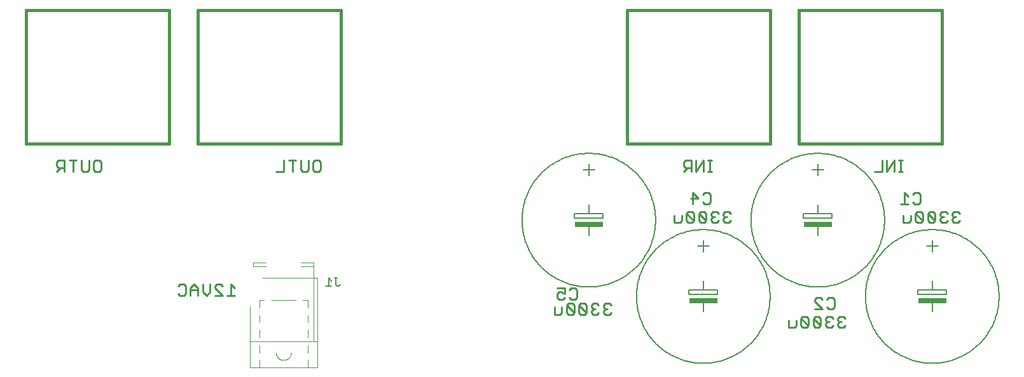
<source format=gbo>
G75*
%MOIN*%
%OFA0B0*%
%FSLAX25Y25*%
%IPPOS*%
%LPD*%
%AMOC8*
5,1,8,0,0,1.08239X$1,22.5*
%
%ADD10C,0.01600*%
%ADD11C,0.01100*%
%ADD12C,0.00600*%
%ADD13R,0.15000X0.02500*%
%ADD14C,0.00394*%
%ADD15C,0.00800*%
D10*
X0062600Y0142600D02*
X0062600Y0212600D01*
X0137600Y0212600D01*
X0137600Y0142600D01*
X0062600Y0142600D01*
X0152600Y0142600D02*
X0152600Y0212600D01*
X0227600Y0212600D01*
X0227600Y0142600D01*
X0152600Y0142600D01*
X0377600Y0142600D02*
X0377600Y0212600D01*
X0452600Y0212600D01*
X0452600Y0142600D01*
X0377600Y0142600D01*
X0467600Y0142600D02*
X0467600Y0212600D01*
X0542600Y0212600D01*
X0542600Y0142600D01*
X0467600Y0142600D01*
D11*
X0143315Y0063150D02*
X0142331Y0064134D01*
X0143315Y0063150D02*
X0145284Y0063150D01*
X0146268Y0064134D01*
X0146268Y0068071D01*
X0145284Y0069055D01*
X0143315Y0069055D01*
X0142331Y0068071D01*
X0148777Y0067087D02*
X0148777Y0063150D01*
X0148777Y0066103D02*
X0152714Y0066103D01*
X0152714Y0067087D02*
X0150745Y0069055D01*
X0148777Y0067087D01*
X0152714Y0067087D02*
X0152714Y0063150D01*
X0155222Y0065118D02*
X0155222Y0069055D01*
X0155222Y0065118D02*
X0157191Y0063150D01*
X0159159Y0065118D01*
X0159159Y0069055D01*
X0161668Y0068071D02*
X0161668Y0067087D01*
X0165605Y0063150D01*
X0161668Y0063150D01*
X0168113Y0063150D02*
X0172050Y0063150D01*
X0170082Y0063150D02*
X0170082Y0069055D01*
X0172050Y0067087D01*
X0165605Y0068071D02*
X0164620Y0069055D01*
X0162652Y0069055D01*
X0161668Y0068071D01*
X0193777Y0128150D02*
X0197714Y0128150D01*
X0197714Y0134055D01*
X0200222Y0134055D02*
X0204159Y0134055D01*
X0202191Y0134055D02*
X0202191Y0128150D01*
X0206668Y0129134D02*
X0206668Y0134055D01*
X0210605Y0134055D02*
X0210605Y0129134D01*
X0209620Y0128150D01*
X0207652Y0128150D01*
X0206668Y0129134D01*
X0213113Y0129134D02*
X0213113Y0133071D01*
X0214097Y0134055D01*
X0216066Y0134055D01*
X0217050Y0133071D01*
X0217050Y0129134D01*
X0216066Y0128150D01*
X0214097Y0128150D01*
X0213113Y0129134D01*
X0102050Y0129134D02*
X0101066Y0128150D01*
X0099097Y0128150D01*
X0098113Y0129134D01*
X0098113Y0133071D01*
X0099097Y0134055D01*
X0101066Y0134055D01*
X0102050Y0133071D01*
X0102050Y0129134D01*
X0095605Y0129134D02*
X0094620Y0128150D01*
X0092652Y0128150D01*
X0091668Y0129134D01*
X0091668Y0134055D01*
X0089159Y0134055D02*
X0085222Y0134055D01*
X0087191Y0134055D02*
X0087191Y0128150D01*
X0082714Y0128150D02*
X0082714Y0134055D01*
X0079761Y0134055D01*
X0078777Y0133071D01*
X0078777Y0131103D01*
X0079761Y0130118D01*
X0082714Y0130118D01*
X0080745Y0130118D02*
X0078777Y0128150D01*
X0095605Y0129134D02*
X0095605Y0134055D01*
X0341059Y0067055D02*
X0344996Y0067055D01*
X0344996Y0064103D01*
X0343027Y0065087D01*
X0342043Y0065087D01*
X0341059Y0064103D01*
X0341059Y0062134D01*
X0342043Y0061150D01*
X0344011Y0061150D01*
X0344996Y0062134D01*
X0347504Y0062134D02*
X0348488Y0061150D01*
X0350457Y0061150D01*
X0351441Y0062134D01*
X0351441Y0066071D01*
X0350457Y0067055D01*
X0348488Y0067055D01*
X0347504Y0066071D01*
X0346989Y0058955D02*
X0346004Y0057971D01*
X0349941Y0054034D01*
X0348957Y0053050D01*
X0346989Y0053050D01*
X0346004Y0054034D01*
X0346004Y0057971D01*
X0346989Y0058955D02*
X0348957Y0058955D01*
X0349941Y0057971D01*
X0349941Y0054034D01*
X0352450Y0054034D02*
X0353434Y0053050D01*
X0355402Y0053050D01*
X0356387Y0054034D01*
X0352450Y0057971D01*
X0352450Y0054034D01*
X0356387Y0054034D02*
X0356387Y0057971D01*
X0355402Y0058955D01*
X0353434Y0058955D01*
X0352450Y0057971D01*
X0358895Y0057971D02*
X0358895Y0056987D01*
X0359880Y0056003D01*
X0358895Y0055018D01*
X0358895Y0054034D01*
X0359880Y0053050D01*
X0361848Y0053050D01*
X0362832Y0054034D01*
X0365341Y0054034D02*
X0366325Y0053050D01*
X0368293Y0053050D01*
X0369278Y0054034D01*
X0367309Y0056003D02*
X0366325Y0056003D01*
X0365341Y0055018D01*
X0365341Y0054034D01*
X0366325Y0056003D02*
X0365341Y0056987D01*
X0365341Y0057971D01*
X0366325Y0058955D01*
X0368293Y0058955D01*
X0369278Y0057971D01*
X0362832Y0057971D02*
X0361848Y0058955D01*
X0359880Y0058955D01*
X0358895Y0057971D01*
X0359880Y0056003D02*
X0360864Y0056003D01*
X0343496Y0056987D02*
X0343496Y0054034D01*
X0342511Y0053050D01*
X0339559Y0053050D01*
X0339559Y0056987D01*
X0462331Y0050187D02*
X0462331Y0046250D01*
X0465284Y0046250D01*
X0466268Y0047234D01*
X0466268Y0050187D01*
X0468777Y0051171D02*
X0468777Y0047234D01*
X0469761Y0046250D01*
X0471729Y0046250D01*
X0472714Y0047234D01*
X0468777Y0051171D01*
X0469761Y0052155D01*
X0471729Y0052155D01*
X0472714Y0051171D01*
X0472714Y0047234D01*
X0475222Y0047234D02*
X0476206Y0046250D01*
X0478175Y0046250D01*
X0479159Y0047234D01*
X0475222Y0051171D01*
X0475222Y0047234D01*
X0479159Y0047234D02*
X0479159Y0051171D01*
X0478175Y0052155D01*
X0476206Y0052155D01*
X0475222Y0051171D01*
X0481668Y0051171D02*
X0481668Y0050187D01*
X0482652Y0049203D01*
X0481668Y0048218D01*
X0481668Y0047234D01*
X0482652Y0046250D01*
X0484620Y0046250D01*
X0485605Y0047234D01*
X0488113Y0047234D02*
X0489097Y0046250D01*
X0491066Y0046250D01*
X0492050Y0047234D01*
X0490082Y0049203D02*
X0489097Y0049203D01*
X0488113Y0048218D01*
X0488113Y0047234D01*
X0489097Y0049203D02*
X0488113Y0050187D01*
X0488113Y0051171D01*
X0489097Y0052155D01*
X0491066Y0052155D01*
X0492050Y0051171D01*
X0485605Y0051171D02*
X0484620Y0052155D01*
X0482652Y0052155D01*
X0481668Y0051171D01*
X0482652Y0049203D02*
X0483636Y0049203D01*
X0483488Y0056150D02*
X0482504Y0057134D01*
X0483488Y0056150D02*
X0485457Y0056150D01*
X0486441Y0057134D01*
X0486441Y0061071D01*
X0485457Y0062055D01*
X0483488Y0062055D01*
X0482504Y0061071D01*
X0479996Y0061071D02*
X0479011Y0062055D01*
X0477043Y0062055D01*
X0476059Y0061071D01*
X0476059Y0060087D01*
X0479996Y0056150D01*
X0476059Y0056150D01*
X0431066Y0101250D02*
X0432050Y0102234D01*
X0431066Y0101250D02*
X0429097Y0101250D01*
X0428113Y0102234D01*
X0428113Y0103218D01*
X0429097Y0104203D01*
X0430082Y0104203D01*
X0429097Y0104203D02*
X0428113Y0105187D01*
X0428113Y0106171D01*
X0429097Y0107155D01*
X0431066Y0107155D01*
X0432050Y0106171D01*
X0425605Y0106171D02*
X0424620Y0107155D01*
X0422652Y0107155D01*
X0421668Y0106171D01*
X0421668Y0105187D01*
X0422652Y0104203D01*
X0421668Y0103218D01*
X0421668Y0102234D01*
X0422652Y0101250D01*
X0424620Y0101250D01*
X0425605Y0102234D01*
X0423636Y0104203D02*
X0422652Y0104203D01*
X0419159Y0106171D02*
X0418175Y0107155D01*
X0416206Y0107155D01*
X0415222Y0106171D01*
X0419159Y0102234D01*
X0418175Y0101250D01*
X0416206Y0101250D01*
X0415222Y0102234D01*
X0415222Y0106171D01*
X0412714Y0106171D02*
X0411729Y0107155D01*
X0409761Y0107155D01*
X0408777Y0106171D01*
X0412714Y0102234D01*
X0411729Y0101250D01*
X0409761Y0101250D01*
X0408777Y0102234D01*
X0408777Y0106171D01*
X0406268Y0105187D02*
X0406268Y0102234D01*
X0405284Y0101250D01*
X0402331Y0101250D01*
X0402331Y0105187D01*
X0412714Y0106171D02*
X0412714Y0102234D01*
X0419159Y0102234D02*
X0419159Y0106171D01*
X0418488Y0111150D02*
X0417504Y0112134D01*
X0418488Y0111150D02*
X0420457Y0111150D01*
X0421441Y0112134D01*
X0421441Y0116071D01*
X0420457Y0117055D01*
X0418488Y0117055D01*
X0417504Y0116071D01*
X0414996Y0114103D02*
X0411059Y0114103D01*
X0412043Y0117055D02*
X0412043Y0111150D01*
X0414996Y0114103D02*
X0412043Y0117055D01*
X0411308Y0128150D02*
X0411308Y0134055D01*
X0408355Y0134055D01*
X0407371Y0133071D01*
X0407371Y0131103D01*
X0408355Y0130118D01*
X0411308Y0130118D01*
X0409339Y0130118D02*
X0407371Y0128150D01*
X0413816Y0128150D02*
X0413816Y0134055D01*
X0417753Y0134055D02*
X0413816Y0128150D01*
X0417753Y0128150D02*
X0417753Y0134055D01*
X0420082Y0134055D02*
X0422050Y0134055D01*
X0421066Y0134055D02*
X0421066Y0128150D01*
X0422050Y0128150D02*
X0420082Y0128150D01*
X0507371Y0128150D02*
X0511308Y0128150D01*
X0511308Y0134055D01*
X0513816Y0134055D02*
X0513816Y0128150D01*
X0517753Y0134055D01*
X0517753Y0128150D01*
X0520082Y0128150D02*
X0522050Y0128150D01*
X0521066Y0128150D02*
X0521066Y0134055D01*
X0522050Y0134055D02*
X0520082Y0134055D01*
X0523027Y0117055D02*
X0523027Y0111150D01*
X0521059Y0111150D02*
X0524996Y0111150D01*
X0527504Y0112134D02*
X0528488Y0111150D01*
X0530457Y0111150D01*
X0531441Y0112134D01*
X0531441Y0116071D01*
X0530457Y0117055D01*
X0528488Y0117055D01*
X0527504Y0116071D01*
X0524996Y0115087D02*
X0523027Y0117055D01*
X0529761Y0107155D02*
X0528777Y0106171D01*
X0532714Y0102234D01*
X0531729Y0101250D01*
X0529761Y0101250D01*
X0528777Y0102234D01*
X0528777Y0106171D01*
X0529761Y0107155D02*
X0531729Y0107155D01*
X0532714Y0106171D01*
X0532714Y0102234D01*
X0535222Y0102234D02*
X0536206Y0101250D01*
X0538175Y0101250D01*
X0539159Y0102234D01*
X0535222Y0106171D01*
X0535222Y0102234D01*
X0539159Y0102234D02*
X0539159Y0106171D01*
X0538175Y0107155D01*
X0536206Y0107155D01*
X0535222Y0106171D01*
X0541668Y0106171D02*
X0541668Y0105187D01*
X0542652Y0104203D01*
X0541668Y0103218D01*
X0541668Y0102234D01*
X0542652Y0101250D01*
X0544620Y0101250D01*
X0545605Y0102234D01*
X0548113Y0102234D02*
X0549097Y0101250D01*
X0551066Y0101250D01*
X0552050Y0102234D01*
X0550082Y0104203D02*
X0549097Y0104203D01*
X0548113Y0103218D01*
X0548113Y0102234D01*
X0549097Y0104203D02*
X0548113Y0105187D01*
X0548113Y0106171D01*
X0549097Y0107155D01*
X0551066Y0107155D01*
X0552050Y0106171D01*
X0545605Y0106171D02*
X0544620Y0107155D01*
X0542652Y0107155D01*
X0541668Y0106171D01*
X0542652Y0104203D02*
X0543636Y0104203D01*
X0526268Y0105187D02*
X0526268Y0102234D01*
X0525284Y0101250D01*
X0522331Y0101250D01*
X0522331Y0105187D01*
D12*
X0537600Y0092100D02*
X0537600Y0086100D01*
X0540600Y0089100D02*
X0534600Y0089100D01*
X0537600Y0070600D02*
X0537600Y0066100D01*
X0545100Y0066100D01*
X0545100Y0063600D01*
X0530100Y0063600D01*
X0530100Y0066100D01*
X0537600Y0066100D01*
X0502600Y0062600D02*
X0502611Y0063459D01*
X0502642Y0064317D01*
X0502695Y0065175D01*
X0502769Y0066031D01*
X0502863Y0066884D01*
X0502979Y0067736D01*
X0503115Y0068584D01*
X0503273Y0069428D01*
X0503450Y0070269D01*
X0503649Y0071104D01*
X0503868Y0071935D01*
X0504107Y0072760D01*
X0504367Y0073579D01*
X0504646Y0074391D01*
X0504945Y0075196D01*
X0505264Y0075994D01*
X0505603Y0076783D01*
X0505960Y0077564D01*
X0506337Y0078336D01*
X0506733Y0079099D01*
X0507147Y0079851D01*
X0507579Y0080594D01*
X0508030Y0081325D01*
X0508499Y0082045D01*
X0508985Y0082753D01*
X0509488Y0083449D01*
X0510008Y0084133D01*
X0510545Y0084804D01*
X0511098Y0085461D01*
X0511667Y0086105D01*
X0512251Y0086734D01*
X0512851Y0087349D01*
X0513466Y0087949D01*
X0514095Y0088533D01*
X0514739Y0089102D01*
X0515396Y0089655D01*
X0516067Y0090192D01*
X0516751Y0090712D01*
X0517447Y0091215D01*
X0518155Y0091701D01*
X0518875Y0092170D01*
X0519606Y0092621D01*
X0520349Y0093053D01*
X0521101Y0093467D01*
X0521864Y0093863D01*
X0522636Y0094240D01*
X0523417Y0094597D01*
X0524206Y0094936D01*
X0525004Y0095255D01*
X0525809Y0095554D01*
X0526621Y0095833D01*
X0527440Y0096093D01*
X0528265Y0096332D01*
X0529096Y0096551D01*
X0529931Y0096750D01*
X0530772Y0096927D01*
X0531616Y0097085D01*
X0532464Y0097221D01*
X0533316Y0097337D01*
X0534169Y0097431D01*
X0535025Y0097505D01*
X0535883Y0097558D01*
X0536741Y0097589D01*
X0537600Y0097600D01*
X0538459Y0097589D01*
X0539317Y0097558D01*
X0540175Y0097505D01*
X0541031Y0097431D01*
X0541884Y0097337D01*
X0542736Y0097221D01*
X0543584Y0097085D01*
X0544428Y0096927D01*
X0545269Y0096750D01*
X0546104Y0096551D01*
X0546935Y0096332D01*
X0547760Y0096093D01*
X0548579Y0095833D01*
X0549391Y0095554D01*
X0550196Y0095255D01*
X0550994Y0094936D01*
X0551783Y0094597D01*
X0552564Y0094240D01*
X0553336Y0093863D01*
X0554099Y0093467D01*
X0554851Y0093053D01*
X0555594Y0092621D01*
X0556325Y0092170D01*
X0557045Y0091701D01*
X0557753Y0091215D01*
X0558449Y0090712D01*
X0559133Y0090192D01*
X0559804Y0089655D01*
X0560461Y0089102D01*
X0561105Y0088533D01*
X0561734Y0087949D01*
X0562349Y0087349D01*
X0562949Y0086734D01*
X0563533Y0086105D01*
X0564102Y0085461D01*
X0564655Y0084804D01*
X0565192Y0084133D01*
X0565712Y0083449D01*
X0566215Y0082753D01*
X0566701Y0082045D01*
X0567170Y0081325D01*
X0567621Y0080594D01*
X0568053Y0079851D01*
X0568467Y0079099D01*
X0568863Y0078336D01*
X0569240Y0077564D01*
X0569597Y0076783D01*
X0569936Y0075994D01*
X0570255Y0075196D01*
X0570554Y0074391D01*
X0570833Y0073579D01*
X0571093Y0072760D01*
X0571332Y0071935D01*
X0571551Y0071104D01*
X0571750Y0070269D01*
X0571927Y0069428D01*
X0572085Y0068584D01*
X0572221Y0067736D01*
X0572337Y0066884D01*
X0572431Y0066031D01*
X0572505Y0065175D01*
X0572558Y0064317D01*
X0572589Y0063459D01*
X0572600Y0062600D01*
X0572589Y0061741D01*
X0572558Y0060883D01*
X0572505Y0060025D01*
X0572431Y0059169D01*
X0572337Y0058316D01*
X0572221Y0057464D01*
X0572085Y0056616D01*
X0571927Y0055772D01*
X0571750Y0054931D01*
X0571551Y0054096D01*
X0571332Y0053265D01*
X0571093Y0052440D01*
X0570833Y0051621D01*
X0570554Y0050809D01*
X0570255Y0050004D01*
X0569936Y0049206D01*
X0569597Y0048417D01*
X0569240Y0047636D01*
X0568863Y0046864D01*
X0568467Y0046101D01*
X0568053Y0045349D01*
X0567621Y0044606D01*
X0567170Y0043875D01*
X0566701Y0043155D01*
X0566215Y0042447D01*
X0565712Y0041751D01*
X0565192Y0041067D01*
X0564655Y0040396D01*
X0564102Y0039739D01*
X0563533Y0039095D01*
X0562949Y0038466D01*
X0562349Y0037851D01*
X0561734Y0037251D01*
X0561105Y0036667D01*
X0560461Y0036098D01*
X0559804Y0035545D01*
X0559133Y0035008D01*
X0558449Y0034488D01*
X0557753Y0033985D01*
X0557045Y0033499D01*
X0556325Y0033030D01*
X0555594Y0032579D01*
X0554851Y0032147D01*
X0554099Y0031733D01*
X0553336Y0031337D01*
X0552564Y0030960D01*
X0551783Y0030603D01*
X0550994Y0030264D01*
X0550196Y0029945D01*
X0549391Y0029646D01*
X0548579Y0029367D01*
X0547760Y0029107D01*
X0546935Y0028868D01*
X0546104Y0028649D01*
X0545269Y0028450D01*
X0544428Y0028273D01*
X0543584Y0028115D01*
X0542736Y0027979D01*
X0541884Y0027863D01*
X0541031Y0027769D01*
X0540175Y0027695D01*
X0539317Y0027642D01*
X0538459Y0027611D01*
X0537600Y0027600D01*
X0536741Y0027611D01*
X0535883Y0027642D01*
X0535025Y0027695D01*
X0534169Y0027769D01*
X0533316Y0027863D01*
X0532464Y0027979D01*
X0531616Y0028115D01*
X0530772Y0028273D01*
X0529931Y0028450D01*
X0529096Y0028649D01*
X0528265Y0028868D01*
X0527440Y0029107D01*
X0526621Y0029367D01*
X0525809Y0029646D01*
X0525004Y0029945D01*
X0524206Y0030264D01*
X0523417Y0030603D01*
X0522636Y0030960D01*
X0521864Y0031337D01*
X0521101Y0031733D01*
X0520349Y0032147D01*
X0519606Y0032579D01*
X0518875Y0033030D01*
X0518155Y0033499D01*
X0517447Y0033985D01*
X0516751Y0034488D01*
X0516067Y0035008D01*
X0515396Y0035545D01*
X0514739Y0036098D01*
X0514095Y0036667D01*
X0513466Y0037251D01*
X0512851Y0037851D01*
X0512251Y0038466D01*
X0511667Y0039095D01*
X0511098Y0039739D01*
X0510545Y0040396D01*
X0510008Y0041067D01*
X0509488Y0041751D01*
X0508985Y0042447D01*
X0508499Y0043155D01*
X0508030Y0043875D01*
X0507579Y0044606D01*
X0507147Y0045349D01*
X0506733Y0046101D01*
X0506337Y0046864D01*
X0505960Y0047636D01*
X0505603Y0048417D01*
X0505264Y0049206D01*
X0504945Y0050004D01*
X0504646Y0050809D01*
X0504367Y0051621D01*
X0504107Y0052440D01*
X0503868Y0053265D01*
X0503649Y0054096D01*
X0503450Y0054931D01*
X0503273Y0055772D01*
X0503115Y0056616D01*
X0502979Y0057464D01*
X0502863Y0058316D01*
X0502769Y0059169D01*
X0502695Y0060025D01*
X0502642Y0060883D01*
X0502611Y0061741D01*
X0502600Y0062600D01*
X0537600Y0060100D02*
X0537600Y0054600D01*
X0477600Y0094600D02*
X0477600Y0100100D01*
X0442600Y0102600D02*
X0442611Y0103459D01*
X0442642Y0104317D01*
X0442695Y0105175D01*
X0442769Y0106031D01*
X0442863Y0106884D01*
X0442979Y0107736D01*
X0443115Y0108584D01*
X0443273Y0109428D01*
X0443450Y0110269D01*
X0443649Y0111104D01*
X0443868Y0111935D01*
X0444107Y0112760D01*
X0444367Y0113579D01*
X0444646Y0114391D01*
X0444945Y0115196D01*
X0445264Y0115994D01*
X0445603Y0116783D01*
X0445960Y0117564D01*
X0446337Y0118336D01*
X0446733Y0119099D01*
X0447147Y0119851D01*
X0447579Y0120594D01*
X0448030Y0121325D01*
X0448499Y0122045D01*
X0448985Y0122753D01*
X0449488Y0123449D01*
X0450008Y0124133D01*
X0450545Y0124804D01*
X0451098Y0125461D01*
X0451667Y0126105D01*
X0452251Y0126734D01*
X0452851Y0127349D01*
X0453466Y0127949D01*
X0454095Y0128533D01*
X0454739Y0129102D01*
X0455396Y0129655D01*
X0456067Y0130192D01*
X0456751Y0130712D01*
X0457447Y0131215D01*
X0458155Y0131701D01*
X0458875Y0132170D01*
X0459606Y0132621D01*
X0460349Y0133053D01*
X0461101Y0133467D01*
X0461864Y0133863D01*
X0462636Y0134240D01*
X0463417Y0134597D01*
X0464206Y0134936D01*
X0465004Y0135255D01*
X0465809Y0135554D01*
X0466621Y0135833D01*
X0467440Y0136093D01*
X0468265Y0136332D01*
X0469096Y0136551D01*
X0469931Y0136750D01*
X0470772Y0136927D01*
X0471616Y0137085D01*
X0472464Y0137221D01*
X0473316Y0137337D01*
X0474169Y0137431D01*
X0475025Y0137505D01*
X0475883Y0137558D01*
X0476741Y0137589D01*
X0477600Y0137600D01*
X0478459Y0137589D01*
X0479317Y0137558D01*
X0480175Y0137505D01*
X0481031Y0137431D01*
X0481884Y0137337D01*
X0482736Y0137221D01*
X0483584Y0137085D01*
X0484428Y0136927D01*
X0485269Y0136750D01*
X0486104Y0136551D01*
X0486935Y0136332D01*
X0487760Y0136093D01*
X0488579Y0135833D01*
X0489391Y0135554D01*
X0490196Y0135255D01*
X0490994Y0134936D01*
X0491783Y0134597D01*
X0492564Y0134240D01*
X0493336Y0133863D01*
X0494099Y0133467D01*
X0494851Y0133053D01*
X0495594Y0132621D01*
X0496325Y0132170D01*
X0497045Y0131701D01*
X0497753Y0131215D01*
X0498449Y0130712D01*
X0499133Y0130192D01*
X0499804Y0129655D01*
X0500461Y0129102D01*
X0501105Y0128533D01*
X0501734Y0127949D01*
X0502349Y0127349D01*
X0502949Y0126734D01*
X0503533Y0126105D01*
X0504102Y0125461D01*
X0504655Y0124804D01*
X0505192Y0124133D01*
X0505712Y0123449D01*
X0506215Y0122753D01*
X0506701Y0122045D01*
X0507170Y0121325D01*
X0507621Y0120594D01*
X0508053Y0119851D01*
X0508467Y0119099D01*
X0508863Y0118336D01*
X0509240Y0117564D01*
X0509597Y0116783D01*
X0509936Y0115994D01*
X0510255Y0115196D01*
X0510554Y0114391D01*
X0510833Y0113579D01*
X0511093Y0112760D01*
X0511332Y0111935D01*
X0511551Y0111104D01*
X0511750Y0110269D01*
X0511927Y0109428D01*
X0512085Y0108584D01*
X0512221Y0107736D01*
X0512337Y0106884D01*
X0512431Y0106031D01*
X0512505Y0105175D01*
X0512558Y0104317D01*
X0512589Y0103459D01*
X0512600Y0102600D01*
X0512589Y0101741D01*
X0512558Y0100883D01*
X0512505Y0100025D01*
X0512431Y0099169D01*
X0512337Y0098316D01*
X0512221Y0097464D01*
X0512085Y0096616D01*
X0511927Y0095772D01*
X0511750Y0094931D01*
X0511551Y0094096D01*
X0511332Y0093265D01*
X0511093Y0092440D01*
X0510833Y0091621D01*
X0510554Y0090809D01*
X0510255Y0090004D01*
X0509936Y0089206D01*
X0509597Y0088417D01*
X0509240Y0087636D01*
X0508863Y0086864D01*
X0508467Y0086101D01*
X0508053Y0085349D01*
X0507621Y0084606D01*
X0507170Y0083875D01*
X0506701Y0083155D01*
X0506215Y0082447D01*
X0505712Y0081751D01*
X0505192Y0081067D01*
X0504655Y0080396D01*
X0504102Y0079739D01*
X0503533Y0079095D01*
X0502949Y0078466D01*
X0502349Y0077851D01*
X0501734Y0077251D01*
X0501105Y0076667D01*
X0500461Y0076098D01*
X0499804Y0075545D01*
X0499133Y0075008D01*
X0498449Y0074488D01*
X0497753Y0073985D01*
X0497045Y0073499D01*
X0496325Y0073030D01*
X0495594Y0072579D01*
X0494851Y0072147D01*
X0494099Y0071733D01*
X0493336Y0071337D01*
X0492564Y0070960D01*
X0491783Y0070603D01*
X0490994Y0070264D01*
X0490196Y0069945D01*
X0489391Y0069646D01*
X0488579Y0069367D01*
X0487760Y0069107D01*
X0486935Y0068868D01*
X0486104Y0068649D01*
X0485269Y0068450D01*
X0484428Y0068273D01*
X0483584Y0068115D01*
X0482736Y0067979D01*
X0481884Y0067863D01*
X0481031Y0067769D01*
X0480175Y0067695D01*
X0479317Y0067642D01*
X0478459Y0067611D01*
X0477600Y0067600D01*
X0476741Y0067611D01*
X0475883Y0067642D01*
X0475025Y0067695D01*
X0474169Y0067769D01*
X0473316Y0067863D01*
X0472464Y0067979D01*
X0471616Y0068115D01*
X0470772Y0068273D01*
X0469931Y0068450D01*
X0469096Y0068649D01*
X0468265Y0068868D01*
X0467440Y0069107D01*
X0466621Y0069367D01*
X0465809Y0069646D01*
X0465004Y0069945D01*
X0464206Y0070264D01*
X0463417Y0070603D01*
X0462636Y0070960D01*
X0461864Y0071337D01*
X0461101Y0071733D01*
X0460349Y0072147D01*
X0459606Y0072579D01*
X0458875Y0073030D01*
X0458155Y0073499D01*
X0457447Y0073985D01*
X0456751Y0074488D01*
X0456067Y0075008D01*
X0455396Y0075545D01*
X0454739Y0076098D01*
X0454095Y0076667D01*
X0453466Y0077251D01*
X0452851Y0077851D01*
X0452251Y0078466D01*
X0451667Y0079095D01*
X0451098Y0079739D01*
X0450545Y0080396D01*
X0450008Y0081067D01*
X0449488Y0081751D01*
X0448985Y0082447D01*
X0448499Y0083155D01*
X0448030Y0083875D01*
X0447579Y0084606D01*
X0447147Y0085349D01*
X0446733Y0086101D01*
X0446337Y0086864D01*
X0445960Y0087636D01*
X0445603Y0088417D01*
X0445264Y0089206D01*
X0444945Y0090004D01*
X0444646Y0090809D01*
X0444367Y0091621D01*
X0444107Y0092440D01*
X0443868Y0093265D01*
X0443649Y0094096D01*
X0443450Y0094931D01*
X0443273Y0095772D01*
X0443115Y0096616D01*
X0442979Y0097464D01*
X0442863Y0098316D01*
X0442769Y0099169D01*
X0442695Y0100025D01*
X0442642Y0100883D01*
X0442611Y0101741D01*
X0442600Y0102600D01*
X0417600Y0092100D02*
X0417600Y0086100D01*
X0420600Y0089100D02*
X0414600Y0089100D01*
X0417600Y0070600D02*
X0417600Y0066100D01*
X0425100Y0066100D01*
X0425100Y0063600D01*
X0410100Y0063600D01*
X0410100Y0066100D01*
X0417600Y0066100D01*
X0382600Y0062600D02*
X0382611Y0063459D01*
X0382642Y0064317D01*
X0382695Y0065175D01*
X0382769Y0066031D01*
X0382863Y0066884D01*
X0382979Y0067736D01*
X0383115Y0068584D01*
X0383273Y0069428D01*
X0383450Y0070269D01*
X0383649Y0071104D01*
X0383868Y0071935D01*
X0384107Y0072760D01*
X0384367Y0073579D01*
X0384646Y0074391D01*
X0384945Y0075196D01*
X0385264Y0075994D01*
X0385603Y0076783D01*
X0385960Y0077564D01*
X0386337Y0078336D01*
X0386733Y0079099D01*
X0387147Y0079851D01*
X0387579Y0080594D01*
X0388030Y0081325D01*
X0388499Y0082045D01*
X0388985Y0082753D01*
X0389488Y0083449D01*
X0390008Y0084133D01*
X0390545Y0084804D01*
X0391098Y0085461D01*
X0391667Y0086105D01*
X0392251Y0086734D01*
X0392851Y0087349D01*
X0393466Y0087949D01*
X0394095Y0088533D01*
X0394739Y0089102D01*
X0395396Y0089655D01*
X0396067Y0090192D01*
X0396751Y0090712D01*
X0397447Y0091215D01*
X0398155Y0091701D01*
X0398875Y0092170D01*
X0399606Y0092621D01*
X0400349Y0093053D01*
X0401101Y0093467D01*
X0401864Y0093863D01*
X0402636Y0094240D01*
X0403417Y0094597D01*
X0404206Y0094936D01*
X0405004Y0095255D01*
X0405809Y0095554D01*
X0406621Y0095833D01*
X0407440Y0096093D01*
X0408265Y0096332D01*
X0409096Y0096551D01*
X0409931Y0096750D01*
X0410772Y0096927D01*
X0411616Y0097085D01*
X0412464Y0097221D01*
X0413316Y0097337D01*
X0414169Y0097431D01*
X0415025Y0097505D01*
X0415883Y0097558D01*
X0416741Y0097589D01*
X0417600Y0097600D01*
X0418459Y0097589D01*
X0419317Y0097558D01*
X0420175Y0097505D01*
X0421031Y0097431D01*
X0421884Y0097337D01*
X0422736Y0097221D01*
X0423584Y0097085D01*
X0424428Y0096927D01*
X0425269Y0096750D01*
X0426104Y0096551D01*
X0426935Y0096332D01*
X0427760Y0096093D01*
X0428579Y0095833D01*
X0429391Y0095554D01*
X0430196Y0095255D01*
X0430994Y0094936D01*
X0431783Y0094597D01*
X0432564Y0094240D01*
X0433336Y0093863D01*
X0434099Y0093467D01*
X0434851Y0093053D01*
X0435594Y0092621D01*
X0436325Y0092170D01*
X0437045Y0091701D01*
X0437753Y0091215D01*
X0438449Y0090712D01*
X0439133Y0090192D01*
X0439804Y0089655D01*
X0440461Y0089102D01*
X0441105Y0088533D01*
X0441734Y0087949D01*
X0442349Y0087349D01*
X0442949Y0086734D01*
X0443533Y0086105D01*
X0444102Y0085461D01*
X0444655Y0084804D01*
X0445192Y0084133D01*
X0445712Y0083449D01*
X0446215Y0082753D01*
X0446701Y0082045D01*
X0447170Y0081325D01*
X0447621Y0080594D01*
X0448053Y0079851D01*
X0448467Y0079099D01*
X0448863Y0078336D01*
X0449240Y0077564D01*
X0449597Y0076783D01*
X0449936Y0075994D01*
X0450255Y0075196D01*
X0450554Y0074391D01*
X0450833Y0073579D01*
X0451093Y0072760D01*
X0451332Y0071935D01*
X0451551Y0071104D01*
X0451750Y0070269D01*
X0451927Y0069428D01*
X0452085Y0068584D01*
X0452221Y0067736D01*
X0452337Y0066884D01*
X0452431Y0066031D01*
X0452505Y0065175D01*
X0452558Y0064317D01*
X0452589Y0063459D01*
X0452600Y0062600D01*
X0452589Y0061741D01*
X0452558Y0060883D01*
X0452505Y0060025D01*
X0452431Y0059169D01*
X0452337Y0058316D01*
X0452221Y0057464D01*
X0452085Y0056616D01*
X0451927Y0055772D01*
X0451750Y0054931D01*
X0451551Y0054096D01*
X0451332Y0053265D01*
X0451093Y0052440D01*
X0450833Y0051621D01*
X0450554Y0050809D01*
X0450255Y0050004D01*
X0449936Y0049206D01*
X0449597Y0048417D01*
X0449240Y0047636D01*
X0448863Y0046864D01*
X0448467Y0046101D01*
X0448053Y0045349D01*
X0447621Y0044606D01*
X0447170Y0043875D01*
X0446701Y0043155D01*
X0446215Y0042447D01*
X0445712Y0041751D01*
X0445192Y0041067D01*
X0444655Y0040396D01*
X0444102Y0039739D01*
X0443533Y0039095D01*
X0442949Y0038466D01*
X0442349Y0037851D01*
X0441734Y0037251D01*
X0441105Y0036667D01*
X0440461Y0036098D01*
X0439804Y0035545D01*
X0439133Y0035008D01*
X0438449Y0034488D01*
X0437753Y0033985D01*
X0437045Y0033499D01*
X0436325Y0033030D01*
X0435594Y0032579D01*
X0434851Y0032147D01*
X0434099Y0031733D01*
X0433336Y0031337D01*
X0432564Y0030960D01*
X0431783Y0030603D01*
X0430994Y0030264D01*
X0430196Y0029945D01*
X0429391Y0029646D01*
X0428579Y0029367D01*
X0427760Y0029107D01*
X0426935Y0028868D01*
X0426104Y0028649D01*
X0425269Y0028450D01*
X0424428Y0028273D01*
X0423584Y0028115D01*
X0422736Y0027979D01*
X0421884Y0027863D01*
X0421031Y0027769D01*
X0420175Y0027695D01*
X0419317Y0027642D01*
X0418459Y0027611D01*
X0417600Y0027600D01*
X0416741Y0027611D01*
X0415883Y0027642D01*
X0415025Y0027695D01*
X0414169Y0027769D01*
X0413316Y0027863D01*
X0412464Y0027979D01*
X0411616Y0028115D01*
X0410772Y0028273D01*
X0409931Y0028450D01*
X0409096Y0028649D01*
X0408265Y0028868D01*
X0407440Y0029107D01*
X0406621Y0029367D01*
X0405809Y0029646D01*
X0405004Y0029945D01*
X0404206Y0030264D01*
X0403417Y0030603D01*
X0402636Y0030960D01*
X0401864Y0031337D01*
X0401101Y0031733D01*
X0400349Y0032147D01*
X0399606Y0032579D01*
X0398875Y0033030D01*
X0398155Y0033499D01*
X0397447Y0033985D01*
X0396751Y0034488D01*
X0396067Y0035008D01*
X0395396Y0035545D01*
X0394739Y0036098D01*
X0394095Y0036667D01*
X0393466Y0037251D01*
X0392851Y0037851D01*
X0392251Y0038466D01*
X0391667Y0039095D01*
X0391098Y0039739D01*
X0390545Y0040396D01*
X0390008Y0041067D01*
X0389488Y0041751D01*
X0388985Y0042447D01*
X0388499Y0043155D01*
X0388030Y0043875D01*
X0387579Y0044606D01*
X0387147Y0045349D01*
X0386733Y0046101D01*
X0386337Y0046864D01*
X0385960Y0047636D01*
X0385603Y0048417D01*
X0385264Y0049206D01*
X0384945Y0050004D01*
X0384646Y0050809D01*
X0384367Y0051621D01*
X0384107Y0052440D01*
X0383868Y0053265D01*
X0383649Y0054096D01*
X0383450Y0054931D01*
X0383273Y0055772D01*
X0383115Y0056616D01*
X0382979Y0057464D01*
X0382863Y0058316D01*
X0382769Y0059169D01*
X0382695Y0060025D01*
X0382642Y0060883D01*
X0382611Y0061741D01*
X0382600Y0062600D01*
X0417600Y0060100D02*
X0417600Y0054600D01*
X0357600Y0094600D02*
X0357600Y0100100D01*
X0322600Y0102600D02*
X0322611Y0103459D01*
X0322642Y0104317D01*
X0322695Y0105175D01*
X0322769Y0106031D01*
X0322863Y0106884D01*
X0322979Y0107736D01*
X0323115Y0108584D01*
X0323273Y0109428D01*
X0323450Y0110269D01*
X0323649Y0111104D01*
X0323868Y0111935D01*
X0324107Y0112760D01*
X0324367Y0113579D01*
X0324646Y0114391D01*
X0324945Y0115196D01*
X0325264Y0115994D01*
X0325603Y0116783D01*
X0325960Y0117564D01*
X0326337Y0118336D01*
X0326733Y0119099D01*
X0327147Y0119851D01*
X0327579Y0120594D01*
X0328030Y0121325D01*
X0328499Y0122045D01*
X0328985Y0122753D01*
X0329488Y0123449D01*
X0330008Y0124133D01*
X0330545Y0124804D01*
X0331098Y0125461D01*
X0331667Y0126105D01*
X0332251Y0126734D01*
X0332851Y0127349D01*
X0333466Y0127949D01*
X0334095Y0128533D01*
X0334739Y0129102D01*
X0335396Y0129655D01*
X0336067Y0130192D01*
X0336751Y0130712D01*
X0337447Y0131215D01*
X0338155Y0131701D01*
X0338875Y0132170D01*
X0339606Y0132621D01*
X0340349Y0133053D01*
X0341101Y0133467D01*
X0341864Y0133863D01*
X0342636Y0134240D01*
X0343417Y0134597D01*
X0344206Y0134936D01*
X0345004Y0135255D01*
X0345809Y0135554D01*
X0346621Y0135833D01*
X0347440Y0136093D01*
X0348265Y0136332D01*
X0349096Y0136551D01*
X0349931Y0136750D01*
X0350772Y0136927D01*
X0351616Y0137085D01*
X0352464Y0137221D01*
X0353316Y0137337D01*
X0354169Y0137431D01*
X0355025Y0137505D01*
X0355883Y0137558D01*
X0356741Y0137589D01*
X0357600Y0137600D01*
X0358459Y0137589D01*
X0359317Y0137558D01*
X0360175Y0137505D01*
X0361031Y0137431D01*
X0361884Y0137337D01*
X0362736Y0137221D01*
X0363584Y0137085D01*
X0364428Y0136927D01*
X0365269Y0136750D01*
X0366104Y0136551D01*
X0366935Y0136332D01*
X0367760Y0136093D01*
X0368579Y0135833D01*
X0369391Y0135554D01*
X0370196Y0135255D01*
X0370994Y0134936D01*
X0371783Y0134597D01*
X0372564Y0134240D01*
X0373336Y0133863D01*
X0374099Y0133467D01*
X0374851Y0133053D01*
X0375594Y0132621D01*
X0376325Y0132170D01*
X0377045Y0131701D01*
X0377753Y0131215D01*
X0378449Y0130712D01*
X0379133Y0130192D01*
X0379804Y0129655D01*
X0380461Y0129102D01*
X0381105Y0128533D01*
X0381734Y0127949D01*
X0382349Y0127349D01*
X0382949Y0126734D01*
X0383533Y0126105D01*
X0384102Y0125461D01*
X0384655Y0124804D01*
X0385192Y0124133D01*
X0385712Y0123449D01*
X0386215Y0122753D01*
X0386701Y0122045D01*
X0387170Y0121325D01*
X0387621Y0120594D01*
X0388053Y0119851D01*
X0388467Y0119099D01*
X0388863Y0118336D01*
X0389240Y0117564D01*
X0389597Y0116783D01*
X0389936Y0115994D01*
X0390255Y0115196D01*
X0390554Y0114391D01*
X0390833Y0113579D01*
X0391093Y0112760D01*
X0391332Y0111935D01*
X0391551Y0111104D01*
X0391750Y0110269D01*
X0391927Y0109428D01*
X0392085Y0108584D01*
X0392221Y0107736D01*
X0392337Y0106884D01*
X0392431Y0106031D01*
X0392505Y0105175D01*
X0392558Y0104317D01*
X0392589Y0103459D01*
X0392600Y0102600D01*
X0392589Y0101741D01*
X0392558Y0100883D01*
X0392505Y0100025D01*
X0392431Y0099169D01*
X0392337Y0098316D01*
X0392221Y0097464D01*
X0392085Y0096616D01*
X0391927Y0095772D01*
X0391750Y0094931D01*
X0391551Y0094096D01*
X0391332Y0093265D01*
X0391093Y0092440D01*
X0390833Y0091621D01*
X0390554Y0090809D01*
X0390255Y0090004D01*
X0389936Y0089206D01*
X0389597Y0088417D01*
X0389240Y0087636D01*
X0388863Y0086864D01*
X0388467Y0086101D01*
X0388053Y0085349D01*
X0387621Y0084606D01*
X0387170Y0083875D01*
X0386701Y0083155D01*
X0386215Y0082447D01*
X0385712Y0081751D01*
X0385192Y0081067D01*
X0384655Y0080396D01*
X0384102Y0079739D01*
X0383533Y0079095D01*
X0382949Y0078466D01*
X0382349Y0077851D01*
X0381734Y0077251D01*
X0381105Y0076667D01*
X0380461Y0076098D01*
X0379804Y0075545D01*
X0379133Y0075008D01*
X0378449Y0074488D01*
X0377753Y0073985D01*
X0377045Y0073499D01*
X0376325Y0073030D01*
X0375594Y0072579D01*
X0374851Y0072147D01*
X0374099Y0071733D01*
X0373336Y0071337D01*
X0372564Y0070960D01*
X0371783Y0070603D01*
X0370994Y0070264D01*
X0370196Y0069945D01*
X0369391Y0069646D01*
X0368579Y0069367D01*
X0367760Y0069107D01*
X0366935Y0068868D01*
X0366104Y0068649D01*
X0365269Y0068450D01*
X0364428Y0068273D01*
X0363584Y0068115D01*
X0362736Y0067979D01*
X0361884Y0067863D01*
X0361031Y0067769D01*
X0360175Y0067695D01*
X0359317Y0067642D01*
X0358459Y0067611D01*
X0357600Y0067600D01*
X0356741Y0067611D01*
X0355883Y0067642D01*
X0355025Y0067695D01*
X0354169Y0067769D01*
X0353316Y0067863D01*
X0352464Y0067979D01*
X0351616Y0068115D01*
X0350772Y0068273D01*
X0349931Y0068450D01*
X0349096Y0068649D01*
X0348265Y0068868D01*
X0347440Y0069107D01*
X0346621Y0069367D01*
X0345809Y0069646D01*
X0345004Y0069945D01*
X0344206Y0070264D01*
X0343417Y0070603D01*
X0342636Y0070960D01*
X0341864Y0071337D01*
X0341101Y0071733D01*
X0340349Y0072147D01*
X0339606Y0072579D01*
X0338875Y0073030D01*
X0338155Y0073499D01*
X0337447Y0073985D01*
X0336751Y0074488D01*
X0336067Y0075008D01*
X0335396Y0075545D01*
X0334739Y0076098D01*
X0334095Y0076667D01*
X0333466Y0077251D01*
X0332851Y0077851D01*
X0332251Y0078466D01*
X0331667Y0079095D01*
X0331098Y0079739D01*
X0330545Y0080396D01*
X0330008Y0081067D01*
X0329488Y0081751D01*
X0328985Y0082447D01*
X0328499Y0083155D01*
X0328030Y0083875D01*
X0327579Y0084606D01*
X0327147Y0085349D01*
X0326733Y0086101D01*
X0326337Y0086864D01*
X0325960Y0087636D01*
X0325603Y0088417D01*
X0325264Y0089206D01*
X0324945Y0090004D01*
X0324646Y0090809D01*
X0324367Y0091621D01*
X0324107Y0092440D01*
X0323868Y0093265D01*
X0323649Y0094096D01*
X0323450Y0094931D01*
X0323273Y0095772D01*
X0323115Y0096616D01*
X0322979Y0097464D01*
X0322863Y0098316D01*
X0322769Y0099169D01*
X0322695Y0100025D01*
X0322642Y0100883D01*
X0322611Y0101741D01*
X0322600Y0102600D01*
X0350100Y0103600D02*
X0350100Y0106100D01*
X0357600Y0106100D01*
X0365100Y0106100D01*
X0365100Y0103600D01*
X0350100Y0103600D01*
X0357600Y0106100D02*
X0357600Y0110600D01*
X0357600Y0126100D02*
X0357600Y0132100D01*
X0360600Y0129100D02*
X0354600Y0129100D01*
X0470100Y0106100D02*
X0470100Y0103600D01*
X0485100Y0103600D01*
X0485100Y0106100D01*
X0477600Y0106100D01*
X0470100Y0106100D01*
X0477600Y0106100D02*
X0477600Y0110600D01*
X0477600Y0126100D02*
X0477600Y0132100D01*
X0480600Y0129100D02*
X0474600Y0129100D01*
D13*
X0477600Y0100350D03*
X0417600Y0060350D03*
X0357600Y0100350D03*
X0537600Y0060350D03*
D14*
X0215317Y0072521D02*
X0215317Y0025277D01*
X0210198Y0025277D01*
X0210198Y0029214D01*
X0210198Y0033151D02*
X0210198Y0037088D01*
X0213348Y0039057D02*
X0213348Y0072521D01*
X0186852Y0072521D01*
X0188348Y0078427D02*
X0181852Y0078427D01*
X0181852Y0080395D01*
X0188348Y0080395D01*
X0206852Y0080395D02*
X0213348Y0080395D01*
X0213348Y0078427D01*
X0206852Y0078427D01*
X0213348Y0078427D02*
X0213348Y0072521D01*
X0215317Y0072521D01*
X0210198Y0060710D02*
X0207836Y0060710D01*
X0210198Y0060710D02*
X0210198Y0056773D01*
X0210198Y0052836D02*
X0210198Y0048899D01*
X0210198Y0044962D02*
X0210198Y0041025D01*
X0213348Y0039057D02*
X0215317Y0039057D01*
X0213348Y0039057D02*
X0179883Y0039057D01*
X0185002Y0041025D02*
X0185002Y0044962D01*
X0185002Y0048899D02*
X0185002Y0052836D01*
X0185002Y0056773D02*
X0185002Y0060710D01*
X0187364Y0060710D01*
X0191301Y0060710D02*
X0193663Y0060710D01*
X0201537Y0060710D01*
X0203899Y0060710D01*
X0179883Y0057521D02*
X0179883Y0025277D01*
X0185002Y0025277D01*
X0185002Y0029214D01*
X0185002Y0033151D02*
X0185002Y0037088D01*
X0193663Y0033151D02*
X0193665Y0033027D01*
X0193671Y0032904D01*
X0193680Y0032780D01*
X0193694Y0032658D01*
X0193711Y0032535D01*
X0193733Y0032413D01*
X0193758Y0032292D01*
X0193787Y0032172D01*
X0193819Y0032053D01*
X0193856Y0031934D01*
X0193896Y0031817D01*
X0193939Y0031702D01*
X0193987Y0031587D01*
X0194038Y0031475D01*
X0194092Y0031364D01*
X0194150Y0031254D01*
X0194211Y0031147D01*
X0194276Y0031041D01*
X0194344Y0030938D01*
X0194415Y0030837D01*
X0194489Y0030738D01*
X0194566Y0030641D01*
X0194647Y0030547D01*
X0194730Y0030456D01*
X0194816Y0030367D01*
X0194905Y0030281D01*
X0194996Y0030198D01*
X0195090Y0030117D01*
X0195187Y0030040D01*
X0195286Y0029966D01*
X0195387Y0029895D01*
X0195490Y0029827D01*
X0195596Y0029762D01*
X0195703Y0029701D01*
X0195813Y0029643D01*
X0195924Y0029589D01*
X0196036Y0029538D01*
X0196151Y0029490D01*
X0196266Y0029447D01*
X0196383Y0029407D01*
X0196502Y0029370D01*
X0196621Y0029338D01*
X0196741Y0029309D01*
X0196862Y0029284D01*
X0196984Y0029262D01*
X0197107Y0029245D01*
X0197229Y0029231D01*
X0197353Y0029222D01*
X0197476Y0029216D01*
X0197600Y0029214D01*
X0197724Y0029216D01*
X0197847Y0029222D01*
X0197971Y0029231D01*
X0198093Y0029245D01*
X0198216Y0029262D01*
X0198338Y0029284D01*
X0198459Y0029309D01*
X0198579Y0029338D01*
X0198698Y0029370D01*
X0198817Y0029407D01*
X0198934Y0029447D01*
X0199049Y0029490D01*
X0199164Y0029538D01*
X0199276Y0029589D01*
X0199387Y0029643D01*
X0199497Y0029701D01*
X0199604Y0029762D01*
X0199710Y0029827D01*
X0199813Y0029895D01*
X0199914Y0029966D01*
X0200013Y0030040D01*
X0200110Y0030117D01*
X0200204Y0030198D01*
X0200295Y0030281D01*
X0200384Y0030367D01*
X0200470Y0030456D01*
X0200553Y0030547D01*
X0200634Y0030641D01*
X0200711Y0030738D01*
X0200785Y0030837D01*
X0200856Y0030938D01*
X0200924Y0031041D01*
X0200989Y0031147D01*
X0201050Y0031254D01*
X0201108Y0031364D01*
X0201162Y0031475D01*
X0201213Y0031587D01*
X0201261Y0031702D01*
X0201304Y0031817D01*
X0201344Y0031934D01*
X0201381Y0032053D01*
X0201413Y0032172D01*
X0201442Y0032292D01*
X0201467Y0032413D01*
X0201489Y0032535D01*
X0201506Y0032658D01*
X0201520Y0032780D01*
X0201529Y0032904D01*
X0201535Y0033027D01*
X0201537Y0033151D01*
X0210198Y0025277D02*
X0185002Y0025277D01*
D15*
X0219794Y0068000D02*
X0222596Y0068000D01*
X0221195Y0068000D02*
X0221195Y0072204D01*
X0222596Y0070802D01*
X0224398Y0072204D02*
X0225799Y0072204D01*
X0225098Y0072204D02*
X0225098Y0068701D01*
X0225799Y0068000D01*
X0226499Y0068000D01*
X0227200Y0068701D01*
M02*

</source>
